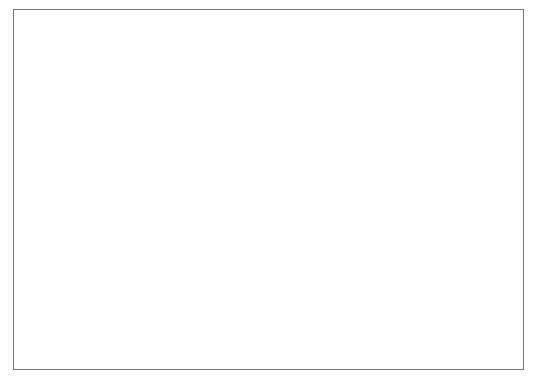
<source format=gm1>
G04 #@! TF.GenerationSoftware,KiCad,Pcbnew,7.0.10*
G04 #@! TF.CreationDate,2024-03-26T17:52:26-05:00*
G04 #@! TF.ProjectId,keychain,6b657963-6861-4696-9e2e-6b696361645f,rev?*
G04 #@! TF.SameCoordinates,Original*
G04 #@! TF.FileFunction,Profile,NP*
%FSLAX46Y46*%
G04 Gerber Fmt 4.6, Leading zero omitted, Abs format (unit mm)*
G04 Created by KiCad (PCBNEW 7.0.10) date 2024-03-26 17:52:26*
%MOMM*%
%LPD*%
G01*
G04 APERTURE LIST*
G04 #@! TA.AperFunction,Profile*
%ADD10C,0.100000*%
G04 #@! TD*
G04 APERTURE END LIST*
D10*
X109220000Y-53340000D02*
X152400000Y-53340000D01*
X152400000Y-83820000D01*
X109220000Y-83820000D01*
X109220000Y-53340000D01*
M02*

</source>
